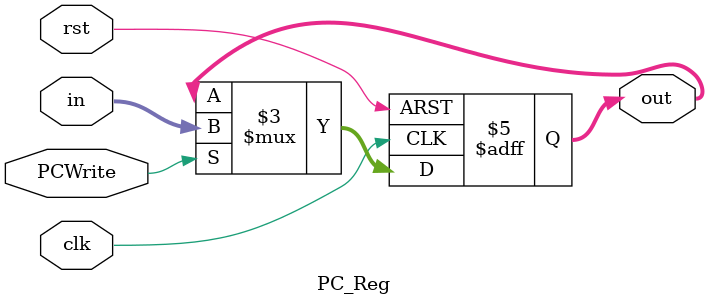
<source format=sv>

module PC_Reg (input clk, rst, input PCWrite, input [11:0] in, output reg [11:0] out);

	initial out = 12'd0;

	always @(posedge clk, posedge rst) begin
		if (rst) out <= 12'd0;
		else if (PCWrite) out <= in;
	end
        
endmodule

</source>
